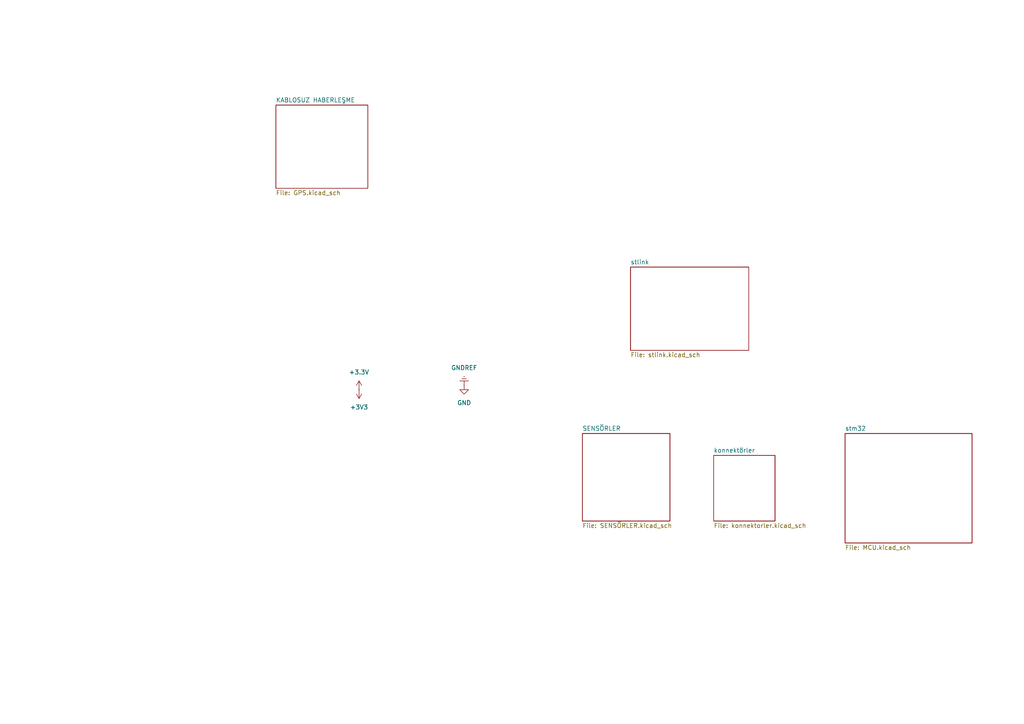
<source format=kicad_sch>
(kicad_sch
	(version 20250114)
	(generator "eeschema")
	(generator_version "9.0")
	(uuid "7075cd70-4fc4-462e-a22e-378ad31932b1")
	(paper "A4")
	(lib_symbols
		(symbol "power:+3.3V"
			(power)
			(pin_numbers
				(hide yes)
			)
			(pin_names
				(offset 0)
				(hide yes)
			)
			(exclude_from_sim no)
			(in_bom yes)
			(on_board yes)
			(property "Reference" "#PWR"
				(at 0 -3.81 0)
				(effects
					(font
						(size 1.27 1.27)
					)
					(hide yes)
				)
			)
			(property "Value" "+3.3V"
				(at 0 3.556 0)
				(effects
					(font
						(size 1.27 1.27)
					)
				)
			)
			(property "Footprint" ""
				(at 0 0 0)
				(effects
					(font
						(size 1.27 1.27)
					)
					(hide yes)
				)
			)
			(property "Datasheet" ""
				(at 0 0 0)
				(effects
					(font
						(size 1.27 1.27)
					)
					(hide yes)
				)
			)
			(property "Description" "Power symbol creates a global label with name \"+3.3V\""
				(at 0 0 0)
				(effects
					(font
						(size 1.27 1.27)
					)
					(hide yes)
				)
			)
			(property "ki_keywords" "global power"
				(at 0 0 0)
				(effects
					(font
						(size 1.27 1.27)
					)
					(hide yes)
				)
			)
			(symbol "+3.3V_0_1"
				(polyline
					(pts
						(xy -0.762 1.27) (xy 0 2.54)
					)
					(stroke
						(width 0)
						(type default)
					)
					(fill
						(type none)
					)
				)
				(polyline
					(pts
						(xy 0 2.54) (xy 0.762 1.27)
					)
					(stroke
						(width 0)
						(type default)
					)
					(fill
						(type none)
					)
				)
				(polyline
					(pts
						(xy 0 0) (xy 0 2.54)
					)
					(stroke
						(width 0)
						(type default)
					)
					(fill
						(type none)
					)
				)
			)
			(symbol "+3.3V_1_1"
				(pin power_in line
					(at 0 0 90)
					(length 0)
					(name "~"
						(effects
							(font
								(size 1.27 1.27)
							)
						)
					)
					(number "1"
						(effects
							(font
								(size 1.27 1.27)
							)
						)
					)
				)
			)
			(embedded_fonts no)
		)
		(symbol "power:+3V3"
			(power)
			(pin_numbers
				(hide yes)
			)
			(pin_names
				(offset 0)
				(hide yes)
			)
			(exclude_from_sim no)
			(in_bom yes)
			(on_board yes)
			(property "Reference" "#PWR"
				(at 0 -3.81 0)
				(effects
					(font
						(size 1.27 1.27)
					)
					(hide yes)
				)
			)
			(property "Value" "+3V3"
				(at 0 3.556 0)
				(effects
					(font
						(size 1.27 1.27)
					)
				)
			)
			(property "Footprint" ""
				(at 0 0 0)
				(effects
					(font
						(size 1.27 1.27)
					)
					(hide yes)
				)
			)
			(property "Datasheet" ""
				(at 0 0 0)
				(effects
					(font
						(size 1.27 1.27)
					)
					(hide yes)
				)
			)
			(property "Description" "Power symbol creates a global label with name \"+3V3\""
				(at 0 0 0)
				(effects
					(font
						(size 1.27 1.27)
					)
					(hide yes)
				)
			)
			(property "ki_keywords" "global power"
				(at 0 0 0)
				(effects
					(font
						(size 1.27 1.27)
					)
					(hide yes)
				)
			)
			(symbol "+3V3_0_1"
				(polyline
					(pts
						(xy -0.762 1.27) (xy 0 2.54)
					)
					(stroke
						(width 0)
						(type default)
					)
					(fill
						(type none)
					)
				)
				(polyline
					(pts
						(xy 0 2.54) (xy 0.762 1.27)
					)
					(stroke
						(width 0)
						(type default)
					)
					(fill
						(type none)
					)
				)
				(polyline
					(pts
						(xy 0 0) (xy 0 2.54)
					)
					(stroke
						(width 0)
						(type default)
					)
					(fill
						(type none)
					)
				)
			)
			(symbol "+3V3_1_1"
				(pin power_in line
					(at 0 0 90)
					(length 0)
					(name "~"
						(effects
							(font
								(size 1.27 1.27)
							)
						)
					)
					(number "1"
						(effects
							(font
								(size 1.27 1.27)
							)
						)
					)
				)
			)
			(embedded_fonts no)
		)
		(symbol "power:GND"
			(power)
			(pin_numbers
				(hide yes)
			)
			(pin_names
				(offset 0)
				(hide yes)
			)
			(exclude_from_sim no)
			(in_bom yes)
			(on_board yes)
			(property "Reference" "#PWR"
				(at 0 -6.35 0)
				(effects
					(font
						(size 1.27 1.27)
					)
					(hide yes)
				)
			)
			(property "Value" "GND"
				(at 0 -3.81 0)
				(effects
					(font
						(size 1.27 1.27)
					)
				)
			)
			(property "Footprint" ""
				(at 0 0 0)
				(effects
					(font
						(size 1.27 1.27)
					)
					(hide yes)
				)
			)
			(property "Datasheet" ""
				(at 0 0 0)
				(effects
					(font
						(size 1.27 1.27)
					)
					(hide yes)
				)
			)
			(property "Description" "Power symbol creates a global label with name \"GND\" , ground"
				(at 0 0 0)
				(effects
					(font
						(size 1.27 1.27)
					)
					(hide yes)
				)
			)
			(property "ki_keywords" "global power"
				(at 0 0 0)
				(effects
					(font
						(size 1.27 1.27)
					)
					(hide yes)
				)
			)
			(symbol "GND_0_1"
				(polyline
					(pts
						(xy 0 0) (xy 0 -1.27) (xy 1.27 -1.27) (xy 0 -2.54) (xy -1.27 -1.27) (xy 0 -1.27)
					)
					(stroke
						(width 0)
						(type default)
					)
					(fill
						(type none)
					)
				)
			)
			(symbol "GND_1_1"
				(pin power_in line
					(at 0 0 270)
					(length 0)
					(name "~"
						(effects
							(font
								(size 1.27 1.27)
							)
						)
					)
					(number "1"
						(effects
							(font
								(size 1.27 1.27)
							)
						)
					)
				)
			)
			(embedded_fonts no)
		)
		(symbol "power:GNDREF"
			(power)
			(pin_numbers
				(hide yes)
			)
			(pin_names
				(offset 0)
				(hide yes)
			)
			(exclude_from_sim no)
			(in_bom yes)
			(on_board yes)
			(property "Reference" "#PWR"
				(at 0 -6.35 0)
				(effects
					(font
						(size 1.27 1.27)
					)
					(hide yes)
				)
			)
			(property "Value" "GNDREF"
				(at 0 -3.81 0)
				(effects
					(font
						(size 1.27 1.27)
					)
				)
			)
			(property "Footprint" ""
				(at 0 0 0)
				(effects
					(font
						(size 1.27 1.27)
					)
					(hide yes)
				)
			)
			(property "Datasheet" ""
				(at 0 0 0)
				(effects
					(font
						(size 1.27 1.27)
					)
					(hide yes)
				)
			)
			(property "Description" "Power symbol creates a global label with name \"GNDREF\" , reference supply ground"
				(at 0 0 0)
				(effects
					(font
						(size 1.27 1.27)
					)
					(hide yes)
				)
			)
			(property "ki_keywords" "global power"
				(at 0 0 0)
				(effects
					(font
						(size 1.27 1.27)
					)
					(hide yes)
				)
			)
			(symbol "GNDREF_0_1"
				(polyline
					(pts
						(xy -0.635 -1.905) (xy 0.635 -1.905)
					)
					(stroke
						(width 0)
						(type default)
					)
					(fill
						(type none)
					)
				)
				(polyline
					(pts
						(xy -0.127 -2.54) (xy 0.127 -2.54)
					)
					(stroke
						(width 0)
						(type default)
					)
					(fill
						(type none)
					)
				)
				(polyline
					(pts
						(xy 0 -1.27) (xy 0 0)
					)
					(stroke
						(width 0)
						(type default)
					)
					(fill
						(type none)
					)
				)
				(polyline
					(pts
						(xy 1.27 -1.27) (xy -1.27 -1.27)
					)
					(stroke
						(width 0)
						(type default)
					)
					(fill
						(type none)
					)
				)
			)
			(symbol "GNDREF_1_1"
				(pin power_in line
					(at 0 0 270)
					(length 0)
					(name "~"
						(effects
							(font
								(size 1.27 1.27)
							)
						)
					)
					(number "1"
						(effects
							(font
								(size 1.27 1.27)
							)
						)
					)
				)
			)
			(embedded_fonts no)
		)
	)
	(symbol
		(lib_id "power:+3.3V")
		(at 104.14 113.03 0)
		(unit 1)
		(exclude_from_sim no)
		(in_bom yes)
		(on_board yes)
		(dnp no)
		(fields_autoplaced yes)
		(uuid "54e9fe9e-b2e6-4e40-b556-cac40f93c256")
		(property "Reference" "#PWR0128"
			(at 104.14 116.84 0)
			(effects
				(font
					(size 1.27 1.27)
				)
				(hide yes)
			)
		)
		(property "Value" "+3.3V"
			(at 104.14 107.95 0)
			(effects
				(font
					(size 1.27 1.27)
				)
			)
		)
		(property "Footprint" ""
			(at 104.14 113.03 0)
			(effects
				(font
					(size 1.27 1.27)
				)
				(hide yes)
			)
		)
		(property "Datasheet" ""
			(at 104.14 113.03 0)
			(effects
				(font
					(size 1.27 1.27)
				)
				(hide yes)
			)
		)
		(property "Description" "Power symbol creates a global label with name \"+3.3V\""
			(at 104.14 113.03 0)
			(effects
				(font
					(size 1.27 1.27)
				)
				(hide yes)
			)
		)
		(pin "1"
			(uuid "7325010b-ac1e-4f05-929c-ef6e13cc4449")
		)
		(instances
			(project "Ucus kartı v3"
				(path "/7075cd70-4fc4-462e-a22e-378ad31932b1"
					(reference "#PWR0128")
					(unit 1)
				)
			)
		)
	)
	(symbol
		(lib_id "power:GNDREF")
		(at 134.62 111.76 180)
		(unit 1)
		(exclude_from_sim no)
		(in_bom yes)
		(on_board yes)
		(dnp no)
		(fields_autoplaced yes)
		(uuid "6784ee3f-b9b5-4d05-afc2-7f98acf5ae9e")
		(property "Reference" "#PWR0127"
			(at 134.62 105.41 0)
			(effects
				(font
					(size 1.27 1.27)
				)
				(hide yes)
			)
		)
		(property "Value" "GNDREF"
			(at 134.62 106.68 0)
			(effects
				(font
					(size 1.27 1.27)
				)
			)
		)
		(property "Footprint" ""
			(at 134.62 111.76 0)
			(effects
				(font
					(size 1.27 1.27)
				)
				(hide yes)
			)
		)
		(property "Datasheet" ""
			(at 134.62 111.76 0)
			(effects
				(font
					(size 1.27 1.27)
				)
				(hide yes)
			)
		)
		(property "Description" "Power symbol creates a global label with name \"GNDREF\" , reference supply ground"
			(at 134.62 111.76 0)
			(effects
				(font
					(size 1.27 1.27)
				)
				(hide yes)
			)
		)
		(pin "1"
			(uuid "879172eb-32dc-45b4-a8a3-d1ee27807911")
		)
		(instances
			(project ""
				(path "/7075cd70-4fc4-462e-a22e-378ad31932b1"
					(reference "#PWR0127")
					(unit 1)
				)
			)
		)
	)
	(symbol
		(lib_id "power:GND")
		(at 134.62 111.76 0)
		(unit 1)
		(exclude_from_sim no)
		(in_bom yes)
		(on_board yes)
		(dnp no)
		(fields_autoplaced yes)
		(uuid "aba338bd-377b-405e-8025-2a815b6c6f00")
		(property "Reference" "#PWR023"
			(at 134.62 118.11 0)
			(effects
				(font
					(size 1.27 1.27)
				)
				(hide yes)
			)
		)
		(property "Value" "GND"
			(at 134.62 116.84 0)
			(effects
				(font
					(size 1.27 1.27)
				)
			)
		)
		(property "Footprint" ""
			(at 134.62 111.76 0)
			(effects
				(font
					(size 1.27 1.27)
				)
				(hide yes)
			)
		)
		(property "Datasheet" ""
			(at 134.62 111.76 0)
			(effects
				(font
					(size 1.27 1.27)
				)
				(hide yes)
			)
		)
		(property "Description" "Power symbol creates a global label with name \"GND\" , ground"
			(at 134.62 111.76 0)
			(effects
				(font
					(size 1.27 1.27)
				)
				(hide yes)
			)
		)
		(pin "1"
			(uuid "c49dc789-e5f2-41e5-aa1b-5e28e78c1055")
		)
		(instances
			(project ""
				(path "/7075cd70-4fc4-462e-a22e-378ad31932b1"
					(reference "#PWR023")
					(unit 1)
				)
			)
		)
	)
	(symbol
		(lib_id "power:+3V3")
		(at 104.14 113.03 180)
		(unit 1)
		(exclude_from_sim no)
		(in_bom yes)
		(on_board yes)
		(dnp no)
		(fields_autoplaced yes)
		(uuid "e0a2c219-599d-473b-9889-d73fb2c90c49")
		(property "Reference" "#PWR0129"
			(at 104.14 109.22 0)
			(effects
				(font
					(size 1.27 1.27)
				)
				(hide yes)
			)
		)
		(property "Value" "+3V3"
			(at 104.14 118.11 0)
			(effects
				(font
					(size 1.27 1.27)
				)
			)
		)
		(property "Footprint" ""
			(at 104.14 113.03 0)
			(effects
				(font
					(size 1.27 1.27)
				)
				(hide yes)
			)
		)
		(property "Datasheet" ""
			(at 104.14 113.03 0)
			(effects
				(font
					(size 1.27 1.27)
				)
				(hide yes)
			)
		)
		(property "Description" "Power symbol creates a global label with name \"+3V3\""
			(at 104.14 113.03 0)
			(effects
				(font
					(size 1.27 1.27)
				)
				(hide yes)
			)
		)
		(pin "1"
			(uuid "5275e728-f0de-4e5e-a1ba-80ddacfb63e6")
		)
		(instances
			(project ""
				(path "/7075cd70-4fc4-462e-a22e-378ad31932b1"
					(reference "#PWR0129")
					(unit 1)
				)
			)
		)
	)
	(sheet
		(at 207.01 132.08)
		(size 17.78 19.05)
		(exclude_from_sim no)
		(in_bom yes)
		(on_board yes)
		(dnp no)
		(fields_autoplaced yes)
		(stroke
			(width 0.1524)
			(type solid)
		)
		(fill
			(color 0 0 0 0.0000)
		)
		(uuid "62b5148b-b187-4cad-8c27-55d85748447e")
		(property "Sheetname" "konnektörler"
			(at 207.01 131.3684 0)
			(effects
				(font
					(size 1.27 1.27)
				)
				(justify left bottom)
			)
		)
		(property "Sheetfile" "konnektorler.kicad_sch"
			(at 207.01 151.7146 0)
			(effects
				(font
					(size 1.27 1.27)
				)
				(justify left top)
			)
		)
		(instances
			(project "Ucus kartı v3"
				(path "/7075cd70-4fc4-462e-a22e-378ad31932b1"
					(page "5")
				)
			)
		)
	)
	(sheet
		(at 182.88 77.47)
		(size 34.29 24.13)
		(exclude_from_sim no)
		(in_bom yes)
		(on_board yes)
		(dnp no)
		(fields_autoplaced yes)
		(stroke
			(width 0.1524)
			(type solid)
		)
		(fill
			(color 0 0 0 0.0000)
		)
		(uuid "6bfef09f-a973-4a4a-8d57-d45b56ef6d31")
		(property "Sheetname" "stlink"
			(at 182.88 76.7584 0)
			(effects
				(font
					(size 1.27 1.27)
				)
				(justify left bottom)
			)
		)
		(property "Sheetfile" "stlink.kicad_sch"
			(at 182.88 102.1846 0)
			(effects
				(font
					(size 1.27 1.27)
				)
				(justify left top)
			)
		)
		(instances
			(project "Ucus kartı v3"
				(path "/7075cd70-4fc4-462e-a22e-378ad31932b1"
					(page "6")
				)
			)
		)
	)
	(sheet
		(at 80.01 30.48)
		(size 26.67 24.13)
		(exclude_from_sim no)
		(in_bom yes)
		(on_board yes)
		(dnp no)
		(fields_autoplaced yes)
		(stroke
			(width 0.1524)
			(type solid)
		)
		(fill
			(color 0 0 0 0.0000)
		)
		(uuid "78114e77-ba0a-4297-9da6-11880ce83056")
		(property "Sheetname" "KABLOSUZ HABERLEŞME"
			(at 80.01 29.7684 0)
			(effects
				(font
					(size 1.27 1.27)
				)
				(justify left bottom)
			)
		)
		(property "Sheetfile" "GPS.kicad_sch"
			(at 80.01 55.1946 0)
			(effects
				(font
					(size 1.27 1.27)
				)
				(justify left top)
			)
		)
		(instances
			(project "Ucus kartı v3"
				(path "/7075cd70-4fc4-462e-a22e-378ad31932b1"
					(page "4")
				)
			)
		)
	)
	(sheet
		(at 245.11 125.73)
		(size 36.83 31.75)
		(exclude_from_sim no)
		(in_bom yes)
		(on_board yes)
		(dnp no)
		(fields_autoplaced yes)
		(stroke
			(width 0.1524)
			(type solid)
		)
		(fill
			(color 0 0 0 0.0000)
		)
		(uuid "7b3876d1-5198-4ec9-bc1e-3b7b35ea2124")
		(property "Sheetname" "stm32"
			(at 245.11 125.0184 0)
			(effects
				(font
					(size 1.27 1.27)
				)
				(justify left bottom)
			)
		)
		(property "Sheetfile" "MCU.kicad_sch"
			(at 245.11 158.0646 0)
			(effects
				(font
					(size 1.27 1.27)
				)
				(justify left top)
			)
		)
		(instances
			(project "Ucus kartı v3"
				(path "/7075cd70-4fc4-462e-a22e-378ad31932b1"
					(page "3")
				)
			)
		)
	)
	(sheet
		(at 168.91 125.73)
		(size 25.4 25.4)
		(exclude_from_sim no)
		(in_bom yes)
		(on_board yes)
		(dnp no)
		(fields_autoplaced yes)
		(stroke
			(width 0.1524)
			(type solid)
		)
		(fill
			(color 0 0 0 0.0000)
		)
		(uuid "d1febe69-0120-4fba-beb8-fa19715c6e0d")
		(property "Sheetname" "SENSÖRLER"
			(at 168.91 125.0184 0)
			(effects
				(font
					(size 1.27 1.27)
				)
				(justify left bottom)
			)
		)
		(property "Sheetfile" "SENSÖRLER.kicad_sch"
			(at 168.91 151.7146 0)
			(effects
				(font
					(size 1.27 1.27)
				)
				(justify left top)
			)
		)
		(instances
			(project "Ucus kartı v3"
				(path "/7075cd70-4fc4-462e-a22e-378ad31932b1"
					(page "3")
				)
			)
		)
	)
	(sheet_instances
		(path "/"
			(page "1")
		)
	)
	(embedded_fonts no)
)

</source>
